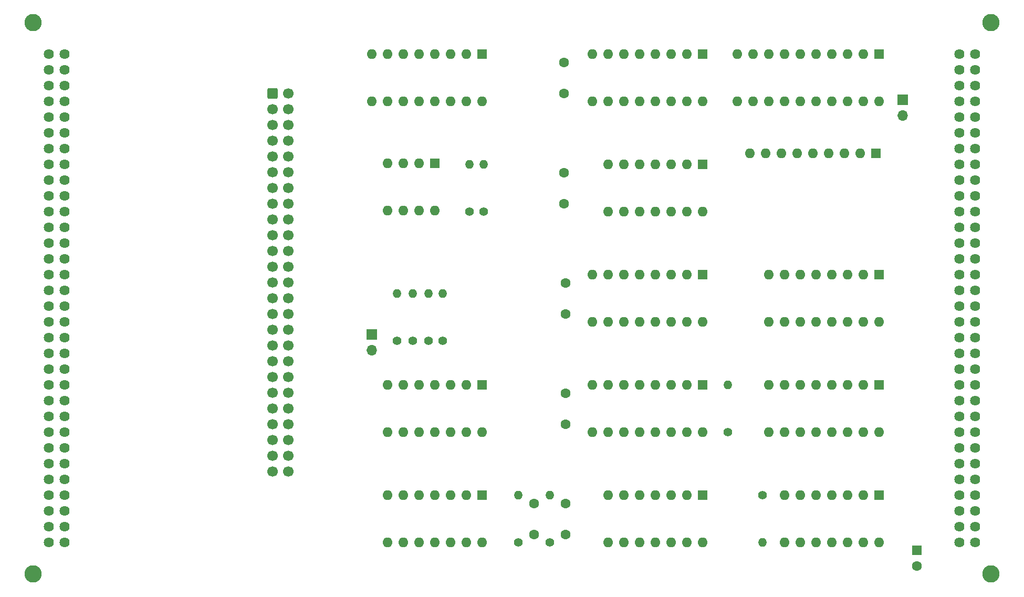
<source format=gbr>
%TF.GenerationSoftware,KiCad,Pcbnew,8.0.6*%
%TF.CreationDate,2024-11-23T08:24:53+01:00*%
%TF.ProjectId,databoard_5076,64617461-626f-4617-9264-5f353037362e,v1.02*%
%TF.SameCoordinates,Original*%
%TF.FileFunction,Soldermask,Bot*%
%TF.FilePolarity,Negative*%
%FSLAX46Y46*%
G04 Gerber Fmt 4.6, Leading zero omitted, Abs format (unit mm)*
G04 Created by KiCad (PCBNEW 8.0.6) date 2024-11-23 08:24:53*
%MOMM*%
%LPD*%
G01*
G04 APERTURE LIST*
G04 Aperture macros list*
%AMRoundRect*
0 Rectangle with rounded corners*
0 $1 Rounding radius*
0 $2 $3 $4 $5 $6 $7 $8 $9 X,Y pos of 4 corners*
0 Add a 4 corners polygon primitive as box body*
4,1,4,$2,$3,$4,$5,$6,$7,$8,$9,$2,$3,0*
0 Add four circle primitives for the rounded corners*
1,1,$1+$1,$2,$3*
1,1,$1+$1,$4,$5*
1,1,$1+$1,$6,$7*
1,1,$1+$1,$8,$9*
0 Add four rect primitives between the rounded corners*
20,1,$1+$1,$2,$3,$4,$5,0*
20,1,$1+$1,$4,$5,$6,$7,0*
20,1,$1+$1,$6,$7,$8,$9,0*
20,1,$1+$1,$8,$9,$2,$3,0*%
G04 Aperture macros list end*
%ADD10R,1.600000X1.600000*%
%ADD11O,1.600000X1.600000*%
%ADD12C,1.400000*%
%ADD13O,1.400000X1.400000*%
%ADD14C,1.600000*%
%ADD15R,1.700000X1.700000*%
%ADD16O,1.700000X1.700000*%
%ADD17C,2.794000*%
%ADD18C,1.625600*%
%ADD19RoundRect,0.250000X-0.600000X-0.600000X0.600000X-0.600000X0.600000X0.600000X-0.600000X0.600000X0*%
%ADD20C,1.700000*%
G04 APERTURE END LIST*
D10*
%TO.C,U7*%
X155702000Y-91186000D03*
D11*
X153162000Y-91186000D03*
X150622000Y-91186000D03*
X148082000Y-91186000D03*
X145542000Y-91186000D03*
X143002000Y-91186000D03*
X140462000Y-91186000D03*
X137922000Y-91186000D03*
X137922000Y-98806000D03*
X140462000Y-98806000D03*
X143002000Y-98806000D03*
X145542000Y-98806000D03*
X148082000Y-98806000D03*
X150622000Y-98806000D03*
X153162000Y-98806000D03*
X155702000Y-98806000D03*
%TD*%
D12*
%TO.C,R9*%
X159766000Y-116586000D03*
D13*
X159766000Y-108966000D03*
%TD*%
D10*
%TO.C,U11*%
X120142000Y-126746000D03*
D11*
X117602000Y-126746000D03*
X115062000Y-126746000D03*
X112522000Y-126746000D03*
X109982000Y-126746000D03*
X107442000Y-126746000D03*
X104902000Y-126746000D03*
X104902000Y-134366000D03*
X107442000Y-134366000D03*
X109982000Y-134366000D03*
X112522000Y-134366000D03*
X115062000Y-134366000D03*
X117602000Y-134366000D03*
X120142000Y-134366000D03*
%TD*%
D12*
%TO.C,R1*%
X125984000Y-134366000D03*
D13*
X125984000Y-126746000D03*
%TD*%
D12*
%TO.C,R2*%
X131064000Y-134366000D03*
D13*
X131064000Y-126746000D03*
%TD*%
D10*
%TO.C,U14*%
X184150000Y-55626000D03*
D11*
X181610000Y-55626000D03*
X179070000Y-55626000D03*
X176530000Y-55626000D03*
X173990000Y-55626000D03*
X171450000Y-55626000D03*
X168910000Y-55626000D03*
X166370000Y-55626000D03*
X163830000Y-55626000D03*
X161290000Y-55626000D03*
X161290000Y-63246000D03*
X163830000Y-63246000D03*
X166370000Y-63246000D03*
X168910000Y-63246000D03*
X171450000Y-63246000D03*
X173990000Y-63246000D03*
X176530000Y-63246000D03*
X179070000Y-63246000D03*
X181610000Y-63246000D03*
X184150000Y-63246000D03*
%TD*%
D10*
%TO.C,C6*%
X190246000Y-135636000D03*
D14*
X190246000Y-138136000D03*
%TD*%
D12*
%TO.C,R6*%
X113792000Y-101854000D03*
D13*
X113792000Y-94234000D03*
%TD*%
D10*
%TO.C,U12*%
X120142000Y-55626000D03*
D11*
X117602000Y-55626000D03*
X115062000Y-55626000D03*
X112522000Y-55626000D03*
X109982000Y-55626000D03*
X107442000Y-55626000D03*
X104902000Y-55626000D03*
X102362000Y-55626000D03*
X102362000Y-63246000D03*
X104902000Y-63246000D03*
X107442000Y-63246000D03*
X109982000Y-63246000D03*
X112522000Y-63246000D03*
X115062000Y-63246000D03*
X117602000Y-63246000D03*
X120142000Y-63246000D03*
%TD*%
D10*
%TO.C,U6*%
X155702000Y-73406000D03*
D11*
X153162000Y-73406000D03*
X150622000Y-73406000D03*
X148082000Y-73406000D03*
X145542000Y-73406000D03*
X143002000Y-73406000D03*
X140462000Y-73406000D03*
X140462000Y-81026000D03*
X143002000Y-81026000D03*
X145542000Y-81026000D03*
X148082000Y-81026000D03*
X150622000Y-81026000D03*
X153162000Y-81026000D03*
X155702000Y-81026000D03*
%TD*%
D14*
%TO.C,C2*%
X133604000Y-115276000D03*
X133604000Y-110276000D03*
%TD*%
D12*
%TO.C,R10*%
X165354000Y-126746000D03*
D13*
X165354000Y-134366000D03*
%TD*%
D14*
%TO.C,C5*%
X133350000Y-61936000D03*
X133350000Y-56936000D03*
%TD*%
D15*
%TO.C,J2*%
X187960000Y-62992000D03*
D16*
X187960000Y-65532000D03*
%TD*%
D17*
%TO.C,X2*%
X202184000Y-50546000D03*
X202184000Y-139446000D03*
D18*
X199644000Y-55626000D03*
X199644000Y-58166000D03*
X199644000Y-60706000D03*
X199644000Y-63246000D03*
X199644000Y-65786000D03*
X199644000Y-68326000D03*
X199644000Y-70866000D03*
X199644000Y-73406000D03*
X199644000Y-75946000D03*
X199644000Y-78486000D03*
X199644000Y-81026000D03*
X199644000Y-83566000D03*
X199644000Y-86106000D03*
X199644000Y-88646000D03*
X199644000Y-91186000D03*
X199644000Y-93726000D03*
X199644000Y-96266000D03*
X199644000Y-98806000D03*
X199644000Y-101346000D03*
X199644000Y-103886000D03*
X199644000Y-106426000D03*
X199644000Y-108966000D03*
X199644000Y-111506000D03*
X199644000Y-114046000D03*
X199644000Y-116586000D03*
X199644000Y-119126000D03*
X199644000Y-121666000D03*
X199644000Y-124206000D03*
X199644000Y-126746000D03*
X199644000Y-129286000D03*
X199644000Y-131826000D03*
X199644000Y-134366000D03*
X197104000Y-55626000D03*
X197104000Y-58166000D03*
X197104000Y-60706000D03*
X197104000Y-63246000D03*
X197104000Y-65786000D03*
X197104000Y-68326000D03*
X197104000Y-70866000D03*
X197104000Y-73406000D03*
X197104000Y-75946000D03*
X197104000Y-78486000D03*
X197104000Y-81026000D03*
X197104000Y-83566000D03*
X197104000Y-86106000D03*
X197104000Y-88646000D03*
X197104000Y-91186000D03*
X197104000Y-93726000D03*
X197104000Y-96266000D03*
X197104000Y-98806000D03*
X197104000Y-101346000D03*
X197104000Y-103886000D03*
X197104000Y-106426000D03*
X197104000Y-108966000D03*
X197104000Y-111506000D03*
X197104000Y-114046000D03*
X197104000Y-116586000D03*
X197104000Y-119126000D03*
X197104000Y-121666000D03*
X197104000Y-124206000D03*
X197104000Y-126746000D03*
X197104000Y-129286000D03*
X197104000Y-131826000D03*
X197104000Y-134366000D03*
%TD*%
D12*
%TO.C,R3*%
X106426000Y-101854000D03*
D13*
X106426000Y-94234000D03*
%TD*%
D19*
%TO.C,J3*%
X86360000Y-61976000D03*
D20*
X88900000Y-61976000D03*
X86360000Y-64516000D03*
X88900000Y-64516000D03*
X86360000Y-67056000D03*
X88900000Y-67056000D03*
X86360000Y-69596000D03*
X88900000Y-69596000D03*
X86360000Y-72136000D03*
X88900000Y-72136000D03*
X86360000Y-74676000D03*
X88900000Y-74676000D03*
X86360000Y-77216000D03*
X88900000Y-77216000D03*
X86360000Y-79756000D03*
X88900000Y-79756000D03*
X86360000Y-82296000D03*
X88900000Y-82296000D03*
X86360000Y-84836000D03*
X88900000Y-84836000D03*
X86360000Y-87376000D03*
X88900000Y-87376000D03*
X86360000Y-89916000D03*
X88900000Y-89916000D03*
X86360000Y-92456000D03*
X88900000Y-92456000D03*
X86360000Y-94996000D03*
X88900000Y-94996000D03*
X86360000Y-97536000D03*
X88900000Y-97536000D03*
X86360000Y-100076000D03*
X88900000Y-100076000D03*
X86360000Y-102616000D03*
X88900000Y-102616000D03*
X86360000Y-105156000D03*
X88900000Y-105156000D03*
X86360000Y-107696000D03*
X88900000Y-107696000D03*
X86360000Y-110236000D03*
X88900000Y-110236000D03*
X86360000Y-112776000D03*
X88900000Y-112776000D03*
X86360000Y-115316000D03*
X88900000Y-115316000D03*
X86360000Y-117856000D03*
X88900000Y-117856000D03*
X86360000Y-120396000D03*
X88900000Y-120396000D03*
X86360000Y-122936000D03*
X88900000Y-122936000D03*
%TD*%
D15*
%TO.C,J1*%
X102362000Y-100838000D03*
D16*
X102362000Y-103378000D03*
%TD*%
D12*
%TO.C,R8*%
X120396000Y-81026000D03*
D13*
X120396000Y-73406000D03*
%TD*%
D14*
%TO.C,C1*%
X133604000Y-133056000D03*
X133604000Y-128056000D03*
%TD*%
D17*
%TO.C,X1*%
X47752000Y-139446000D03*
X47752000Y-50546000D03*
D18*
X50292000Y-134366000D03*
X50292000Y-131826000D03*
X50292000Y-129286000D03*
X50292000Y-126746000D03*
X50292000Y-124206000D03*
X50292000Y-121666000D03*
X50292000Y-119126000D03*
X50292000Y-116586000D03*
X50292000Y-114046000D03*
X50292000Y-111506000D03*
X50292000Y-108966000D03*
X50292000Y-106426000D03*
X50292000Y-103886000D03*
X50292000Y-101346000D03*
X50292000Y-98806000D03*
X50292000Y-96266000D03*
X50292000Y-93726000D03*
X50292000Y-91186000D03*
X50292000Y-88646000D03*
X50292000Y-86106000D03*
X50292000Y-83566000D03*
X50292000Y-81026000D03*
X50292000Y-78486000D03*
X50292000Y-75946000D03*
X50292000Y-73406000D03*
X50292000Y-70866000D03*
X50292000Y-68326000D03*
X50292000Y-65786000D03*
X50292000Y-63246000D03*
X50292000Y-60706000D03*
X50292000Y-58166000D03*
X50292000Y-55626000D03*
X52832000Y-134366000D03*
X52832000Y-131826000D03*
X52832000Y-129286000D03*
X52832000Y-126746000D03*
X52832000Y-124206000D03*
X52832000Y-121666000D03*
X52832000Y-119126000D03*
X52832000Y-116586000D03*
X52832000Y-114046000D03*
X52832000Y-111506000D03*
X52832000Y-108966000D03*
X52832000Y-106426000D03*
X52832000Y-103886000D03*
X52832000Y-101346000D03*
X52832000Y-98806000D03*
X52832000Y-96266000D03*
X52832000Y-93726000D03*
X52832000Y-91186000D03*
X52832000Y-88646000D03*
X52832000Y-86106000D03*
X52832000Y-83566000D03*
X52832000Y-81026000D03*
X52832000Y-78486000D03*
X52832000Y-75946000D03*
X52832000Y-73406000D03*
X52832000Y-70866000D03*
X52832000Y-68326000D03*
X52832000Y-65786000D03*
X52832000Y-63246000D03*
X52832000Y-60706000D03*
X52832000Y-58166000D03*
X52832000Y-55626000D03*
%TD*%
D10*
%TO.C,U8*%
X184150000Y-91186000D03*
D11*
X181610000Y-91186000D03*
X179070000Y-91186000D03*
X176530000Y-91186000D03*
X173990000Y-91186000D03*
X171450000Y-91186000D03*
X168910000Y-91186000D03*
X166370000Y-91186000D03*
X166370000Y-98806000D03*
X168910000Y-98806000D03*
X171450000Y-98806000D03*
X173990000Y-98806000D03*
X176530000Y-98806000D03*
X179070000Y-98806000D03*
X181610000Y-98806000D03*
X184150000Y-98806000D03*
%TD*%
D10*
%TO.C,RN1*%
X183642000Y-71628000D03*
D11*
X181102000Y-71628000D03*
X178562000Y-71628000D03*
X176022000Y-71628000D03*
X173482000Y-71628000D03*
X170942000Y-71628000D03*
X168402000Y-71628000D03*
X165862000Y-71628000D03*
X163322000Y-71628000D03*
%TD*%
D10*
%TO.C,U5*%
X112522000Y-73162000D03*
D11*
X109982000Y-73162000D03*
X107442000Y-73162000D03*
X104902000Y-73162000D03*
X104902000Y-80782000D03*
X107442000Y-80782000D03*
X109982000Y-80782000D03*
X112522000Y-80782000D03*
%TD*%
D10*
%TO.C,U3*%
X184150000Y-108966000D03*
D11*
X181610000Y-108966000D03*
X179070000Y-108966000D03*
X176530000Y-108966000D03*
X173990000Y-108966000D03*
X171450000Y-108966000D03*
X168910000Y-108966000D03*
X166370000Y-108966000D03*
X166370000Y-116586000D03*
X168910000Y-116586000D03*
X171450000Y-116586000D03*
X173990000Y-116586000D03*
X176530000Y-116586000D03*
X179070000Y-116586000D03*
X181610000Y-116586000D03*
X184150000Y-116586000D03*
%TD*%
D10*
%TO.C,U13*%
X155702000Y-55626000D03*
D11*
X153162000Y-55626000D03*
X150622000Y-55626000D03*
X148082000Y-55626000D03*
X145542000Y-55626000D03*
X143002000Y-55626000D03*
X140462000Y-55626000D03*
X137922000Y-55626000D03*
X137922000Y-63246000D03*
X140462000Y-63246000D03*
X143002000Y-63246000D03*
X145542000Y-63246000D03*
X148082000Y-63246000D03*
X150622000Y-63246000D03*
X153162000Y-63246000D03*
X155702000Y-63246000D03*
%TD*%
D12*
%TO.C,R4*%
X108966000Y-101854000D03*
D13*
X108966000Y-94234000D03*
%TD*%
D10*
%TO.C,U2*%
X184150000Y-126746000D03*
D11*
X181610000Y-126746000D03*
X179070000Y-126746000D03*
X176530000Y-126746000D03*
X173990000Y-126746000D03*
X171450000Y-126746000D03*
X168910000Y-126746000D03*
X168910000Y-134366000D03*
X171450000Y-134366000D03*
X173990000Y-134366000D03*
X176530000Y-134366000D03*
X179070000Y-134366000D03*
X181610000Y-134366000D03*
X184150000Y-134366000D03*
%TD*%
D10*
%TO.C,U4*%
X155702000Y-108966000D03*
D11*
X153162000Y-108966000D03*
X150622000Y-108966000D03*
X148082000Y-108966000D03*
X145542000Y-108966000D03*
X143002000Y-108966000D03*
X140462000Y-108966000D03*
X137922000Y-108966000D03*
X137922000Y-116586000D03*
X140462000Y-116586000D03*
X143002000Y-116586000D03*
X145542000Y-116586000D03*
X148082000Y-116586000D03*
X150622000Y-116586000D03*
X153162000Y-116586000D03*
X155702000Y-116586000D03*
%TD*%
D10*
%TO.C,U9*%
X155702000Y-126746000D03*
D11*
X153162000Y-126746000D03*
X150622000Y-126746000D03*
X148082000Y-126746000D03*
X145542000Y-126746000D03*
X143002000Y-126746000D03*
X140462000Y-126746000D03*
X140462000Y-134366000D03*
X143002000Y-134366000D03*
X145542000Y-134366000D03*
X148082000Y-134366000D03*
X150622000Y-134366000D03*
X153162000Y-134366000D03*
X155702000Y-134366000D03*
%TD*%
D14*
%TO.C,C7*%
X128524000Y-133096000D03*
X128524000Y-128096000D03*
%TD*%
D10*
%TO.C,U1*%
X120142000Y-108966000D03*
D11*
X117602000Y-108966000D03*
X115062000Y-108966000D03*
X112522000Y-108966000D03*
X109982000Y-108966000D03*
X107442000Y-108966000D03*
X104902000Y-108966000D03*
X104902000Y-116586000D03*
X107442000Y-116586000D03*
X109982000Y-116586000D03*
X112522000Y-116586000D03*
X115062000Y-116586000D03*
X117602000Y-116586000D03*
X120142000Y-116586000D03*
%TD*%
D14*
%TO.C,C3*%
X133604000Y-97496000D03*
X133604000Y-92496000D03*
%TD*%
D12*
%TO.C,R5*%
X111506000Y-101854000D03*
D13*
X111506000Y-94234000D03*
%TD*%
D14*
%TO.C,C4*%
X133350000Y-79716000D03*
X133350000Y-74716000D03*
%TD*%
D12*
%TO.C,R7*%
X118110000Y-81026000D03*
D13*
X118110000Y-73406000D03*
%TD*%
M02*

</source>
